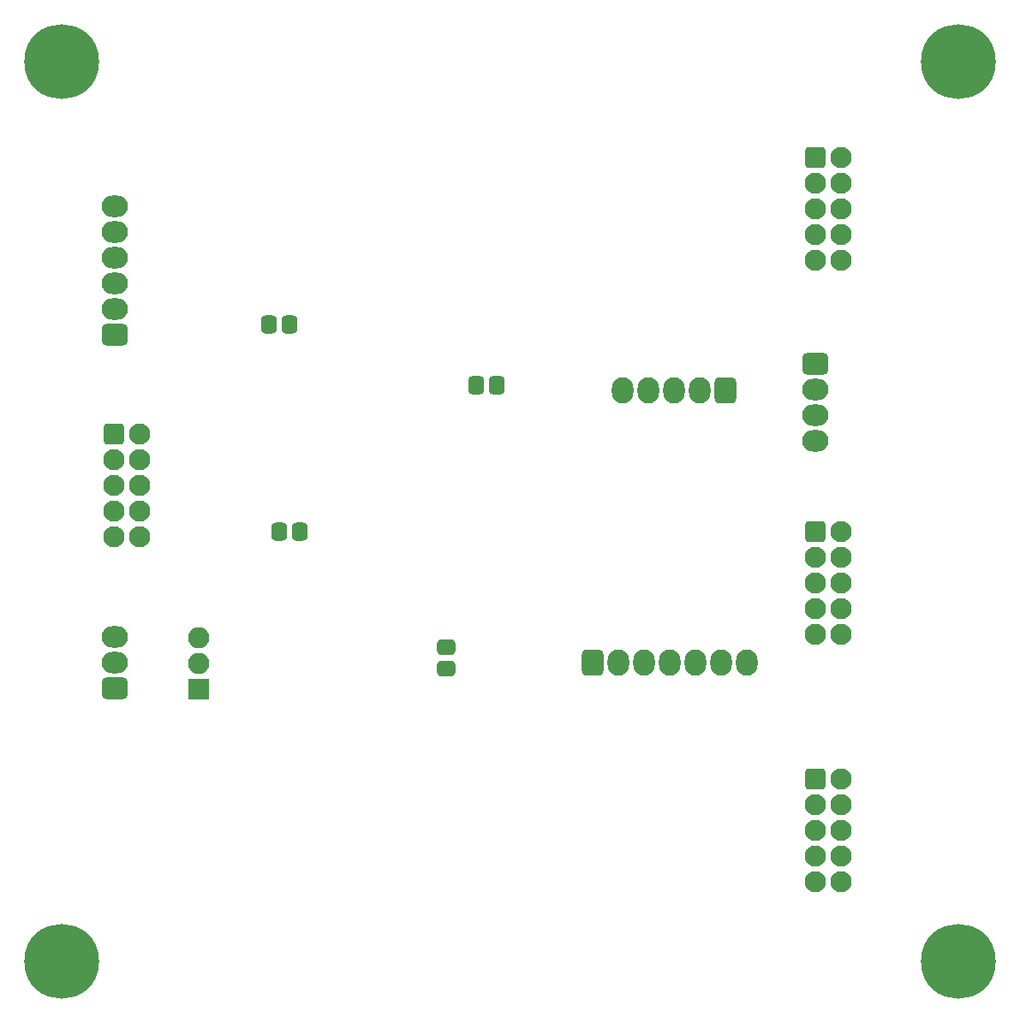
<source format=gbs>
G04 #@! TF.GenerationSoftware,KiCad,Pcbnew,7.0.1*
G04 #@! TF.CreationDate,2023-04-18T17:18:44+02:00*
G04 #@! TF.ProjectId,Alexandrie,416c6578-616e-4647-9269-652e6b696361,rev?*
G04 #@! TF.SameCoordinates,Original*
G04 #@! TF.FileFunction,Soldermask,Bot*
G04 #@! TF.FilePolarity,Negative*
%FSLAX46Y46*%
G04 Gerber Fmt 4.6, Leading zero omitted, Abs format (unit mm)*
G04 Created by KiCad (PCBNEW 7.0.1) date 2023-04-18 17:18:44*
%MOMM*%
%LPD*%
G01*
G04 APERTURE LIST*
G04 Aperture macros list*
%AMRoundRect*
0 Rectangle with rounded corners*
0 $1 Rounding radius*
0 $2 $3 $4 $5 $6 $7 $8 $9 X,Y pos of 4 corners*
0 Add a 4 corners polygon primitive as box body*
4,1,4,$2,$3,$4,$5,$6,$7,$8,$9,$2,$3,0*
0 Add four circle primitives for the rounded corners*
1,1,$1+$1,$2,$3*
1,1,$1+$1,$4,$5*
1,1,$1+$1,$6,$7*
1,1,$1+$1,$8,$9*
0 Add four rect primitives between the rounded corners*
20,1,$1+$1,$2,$3,$4,$5,0*
20,1,$1+$1,$4,$5,$6,$7,0*
20,1,$1+$1,$6,$7,$8,$9,0*
20,1,$1+$1,$8,$9,$2,$3,0*%
G04 Aperture macros list end*
%ADD10RoundRect,0.450000X0.845000X-0.620000X0.845000X0.620000X-0.845000X0.620000X-0.845000X-0.620000X0*%
%ADD11O,2.590000X2.140000*%
%ADD12C,1.200000*%
%ADD13C,7.400000*%
%ADD14RoundRect,0.450000X-0.600000X-0.600000X0.600000X-0.600000X0.600000X0.600000X-0.600000X0.600000X0*%
%ADD15C,2.100000*%
%ADD16RoundRect,0.450000X-0.620000X-0.845000X0.620000X-0.845000X0.620000X0.845000X-0.620000X0.845000X0*%
%ADD17O,2.140000X2.590000*%
%ADD18RoundRect,0.200000X0.850000X0.850000X-0.850000X0.850000X-0.850000X-0.850000X0.850000X-0.850000X0*%
%ADD19O,2.100000X2.100000*%
%ADD20RoundRect,0.450000X0.620000X0.845000X-0.620000X0.845000X-0.620000X-0.845000X0.620000X-0.845000X0*%
%ADD21RoundRect,0.450000X-0.845000X0.620000X-0.845000X-0.620000X0.845000X-0.620000X0.845000X0.620000X0*%
%ADD22RoundRect,0.450000X-0.475000X0.337500X-0.475000X-0.337500X0.475000X-0.337500X0.475000X0.337500X0*%
%ADD23RoundRect,0.450000X-0.337500X-0.475000X0.337500X-0.475000X0.337500X0.475000X-0.337500X0.475000X0*%
%ADD24RoundRect,0.450000X0.350000X0.450000X-0.350000X0.450000X-0.350000X-0.450000X0.350000X-0.450000X0*%
G04 APERTURE END LIST*
D10*
X93212500Y-120040000D03*
D11*
X93212500Y-117500000D03*
X93212500Y-114960000D03*
D12*
X174000000Y-147000000D03*
X174768845Y-145143845D03*
X174768845Y-148856155D03*
X176625000Y-144375000D03*
D13*
X176625000Y-147000000D03*
D12*
X176625000Y-149625000D03*
X178481155Y-145143845D03*
X178481155Y-148856155D03*
X179250000Y-147000000D03*
X174000000Y-58000000D03*
X174768845Y-56143845D03*
X174768845Y-59856155D03*
X176625000Y-55375000D03*
D13*
X176625000Y-58000000D03*
D12*
X176625000Y-60625000D03*
X178481155Y-56143845D03*
X178481155Y-59856155D03*
X179250000Y-58000000D03*
X85375000Y-147000000D03*
X86143845Y-145143845D03*
X86143845Y-148856155D03*
X88000000Y-144375000D03*
D13*
X88000000Y-147000000D03*
D12*
X88000000Y-149625000D03*
X89856155Y-145143845D03*
X89856155Y-148856155D03*
X90625000Y-147000000D03*
D14*
X162500000Y-104500000D03*
D15*
X165040000Y-104500000D03*
X162500000Y-107040000D03*
X165040000Y-107040000D03*
X162500000Y-109580000D03*
X165040000Y-109580000D03*
X162500000Y-112120000D03*
X165040000Y-112120000D03*
X162500000Y-114660000D03*
X165040000Y-114660000D03*
D16*
X140500000Y-117500000D03*
D17*
X143040000Y-117500000D03*
X145580000Y-117500000D03*
X148120000Y-117500000D03*
X150660000Y-117500000D03*
X153200000Y-117500000D03*
X155740000Y-117500000D03*
D12*
X85375000Y-58000000D03*
X86143845Y-56143845D03*
X86143845Y-59856155D03*
X88000000Y-55375000D03*
D13*
X88000000Y-58000000D03*
D12*
X88000000Y-60625000D03*
X89856155Y-56143845D03*
X89856155Y-59856155D03*
X90625000Y-58000000D03*
D18*
X101537500Y-120080000D03*
D19*
X101537500Y-117540000D03*
X101537500Y-115000000D03*
D14*
X93172500Y-94840000D03*
D15*
X95712500Y-94840000D03*
X93172500Y-97380000D03*
X95712500Y-97380000D03*
X93172500Y-99920000D03*
X95712500Y-99920000D03*
X93172500Y-102460000D03*
X95712500Y-102460000D03*
X93172500Y-105000000D03*
X95712500Y-105000000D03*
D20*
X153580000Y-90500000D03*
D17*
X151040000Y-90500000D03*
X148500000Y-90500000D03*
X145960000Y-90500000D03*
X143420000Y-90500000D03*
D14*
X162500000Y-129000000D03*
D15*
X165040000Y-129000000D03*
X162500000Y-131540000D03*
X165040000Y-131540000D03*
X162500000Y-134080000D03*
X165040000Y-134080000D03*
X162500000Y-136620000D03*
X165040000Y-136620000D03*
X162500000Y-139160000D03*
X165040000Y-139160000D03*
D14*
X162500000Y-67500000D03*
D15*
X165040000Y-67500000D03*
X162500000Y-70040000D03*
X165040000Y-70040000D03*
X162500000Y-72580000D03*
X165040000Y-72580000D03*
X162500000Y-75120000D03*
X165040000Y-75120000D03*
X162500000Y-77660000D03*
X165040000Y-77660000D03*
D21*
X162500000Y-87920000D03*
D11*
X162500000Y-90460000D03*
X162500000Y-93000000D03*
X162500000Y-95540000D03*
D10*
X93212500Y-85040000D03*
D11*
X93212500Y-82500000D03*
X93212500Y-79960000D03*
X93212500Y-77420000D03*
X93212500Y-74880000D03*
X93212500Y-72340000D03*
D22*
X126000000Y-115962500D03*
X126000000Y-118037500D03*
D23*
X128962500Y-90000000D03*
X131037500Y-90000000D03*
D24*
X110500000Y-84000000D03*
X108500000Y-84000000D03*
X111500000Y-104500000D03*
X109500000Y-104500000D03*
M02*

</source>
